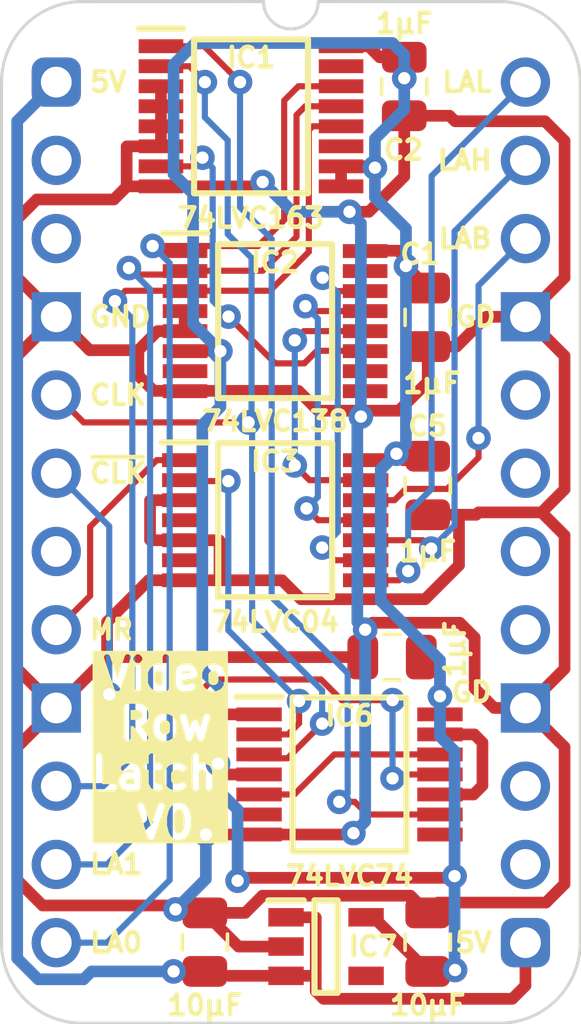
<source format=kicad_pcb>
(kicad_pcb (version 20241229) (generator "pcbnew") (generator_version "9.0")
  (title_block (title "Video Row Latch") (date "2025-01-07") (rev "V0"))
  (layers (0 "F.Cu" signal) (2 "B.Cu" signal) (13 "F.Paste" user) (15 "B.Paste" user) (5 "F.SilkS" user "F.Silkscreen") (7 "B.SilkS" user "B.Silkscreen") (1 "F.Mask" user) (3 "B.Mask" user) (25 "Edge.Cuts" user))
  (net 0 "")
  (net 1 "GND")
  (net 2 "5V")
  (net 3 "/3.3V")
  (net 5 "/~{MR}")
  (net 6 "LA2")
  (net 7 "/CEP")
  (net 9 "LA0")
  (net 10 "CLK")
  (net 11 "LA1")
  (net 13 "Load Address Low")
  (net 14 "Load Address Bank")
  (net 15 "MR")
  (net 16 "/~{MR}_{2}")
  (net 17 "Load Address High")
  (net 18 "/~{MR}_{1}")
  (net 21 "~{CLK}")
  (net 32 "/~{Load Address Bank}")
  (net 36 "/~{Load Address High}")
  (net 37 "/~{Load Address Low}")
  (footprint "SamacSys_Parts:C_0805" (layer "F.Cu") (at 12.065 27.94)
    (property "Reference" "C9" (hide yes))
    (property "Value" "10μF" (at 0 2.032 0) (layer "F.SilkS") (effects (font (size 0.635 0.635))))
    (fp_line (start -0.735 0.245252) (end -0.735 -0.277252) (stroke (width 0.12)) (layer "F.SilkS"))
    (fp_line (start 0.735 0.245252) (end 0.735 -0.277252) (stroke (width 0.12)) (layer "F.SilkS"))
    (pad "1" smd roundrect (at 0 0.934 90) (size 1 1.45) (layers "F.Cu" "F.Mask" "F.Paste") (net 3 "/3.3V"))
    (pad "2" smd roundrect (at 0 -0.966 90) (size 1 1.45) (layers "F.Cu" "F.Mask" "F.Paste") (net 1 "GND"))
  )
  (footprint "SamacSys_Parts:SOP65P640X110-14N" (layer "F.Cu") (at 9.525 22.479)
    (property "Reference" "IC6" (at 0 -1.905 0) (layer "F.SilkS") (effects (font (size 0.635 0.635))))
    (property "Value" "74LVC74APW,118" (hide yes))
    (fp_line (start -3.675 -2.525) (end -2.2 -2.525) (stroke (width 0.2)) (layer "F.SilkS"))
    (fp_line (start -1.85 -2.5) (end 1.85 -2.5) (stroke (width 0.2)) (layer "F.SilkS"))
    (fp_line (start -1.85 2.5) (end -1.85 -2.5) (stroke (width 0.2)) (layer "F.SilkS"))
    (fp_line (start 1.85 -2.5) (end 1.85 2.5) (stroke (width 0.2)) (layer "F.SilkS"))
    (fp_line (start 1.85 2.5) (end -1.85 2.5) (stroke (width 0.2)) (layer "F.SilkS"))
    (fp_text user "${Silkscreen}" (at 0 3.302 0) (layer "F.SilkS") (effects (font (size 0.635 0.635))))
    (pad "1" smd rect (at -2.938 -1.95 90) (size 0.45 1.475) (layers "F.Cu" "F.Mask" "F.Paste") (net 3 "/3.3V"))
    (pad "2" smd rect (at -2.938 -1.3 90) (size 0.45 1.475) (layers "F.Cu" "F.Mask" "F.Paste") (net 5 "/~{MR}"))
    (pad "3" smd rect (at -2.938 -0.65 90) (size 0.45 1.475) (layers "F.Cu" "F.Mask" "F.Paste") (net 10 "CLK"))
    (pad "4" smd rect (at -2.938 0 90) (size 0.45 1.475) (layers "F.Cu" "F.Mask" "F.Paste") (net 3 "/3.3V"))
    (pad "5" smd rect (at -2.938 0.65 90) (size 0.45 1.475) (layers "F.Cu" "F.Mask" "F.Paste") (net 18 "/~{MR}_{1}"))
    (pad "6" smd rect (at -2.938 1.3 90) (size 0.45 1.475) (layers "F.Cu" "F.Mask" "F.Paste"))
    (pad "7" smd rect (at -2.938 1.95 90) (size 0.45 1.475) (layers "F.Cu" "F.Mask" "F.Paste") (net 1 "GND"))
    (pad "8" smd rect (at 2.938 1.95 90) (size 0.45 1.475) (layers "F.Cu" "F.Mask" "F.Paste"))
    (pad "9" smd rect (at 2.938 1.3 90) (size 0.45 1.475) (layers "F.Cu" "F.Mask" "F.Paste") (net 16 "/~{MR}_{2}"))
    (pad "10" smd rect (at 2.938 0.65 90) (size 0.45 1.475) (layers "F.Cu" "F.Mask" "F.Paste") (net 3 "/3.3V"))
    (pad "11" smd rect (at 2.938 0 90) (size 0.45 1.475) (layers "F.Cu" "F.Mask" "F.Paste") (net 21 "~{CLK}"))
    (pad "12" smd rect (at 2.938 -0.65 90) (size 0.45 1.475) (layers "F.Cu" "F.Mask" "F.Paste") (net 18 "/~{MR}_{1}"))
    (pad "13" smd rect (at 2.938 -1.3 90) (size 0.45 1.475) (layers "F.Cu" "F.Mask" "F.Paste") (net 3 "/3.3V"))
    (pad "14" smd rect (at 2.938 -1.95 90) (size 0.45 1.475) (layers "F.Cu" "F.Mask" "F.Paste") (net 3 "/3.3V"))
  )
  (footprint "SamacSys_Parts:DIP-24_Board_W15.24mm" (layer "F.Cu") (at 0 0)
    (property "Reference" "J1" (hide yes))
    (property "Value" "Conn_02x12_Counter_Clockwise" (hide yes))
    (fp_line (start -1.778 27.94) (end -1.778 0) (stroke (width 0.1)) (layer "Edge.Cuts"))
    (fp_line (start 6.731 -2.6162) (end 0.835732 -2.613732) (stroke (width 0.1)) (layer "Edge.Cuts"))
    (fp_line (start 14.404267 -2.613733) (end 8.509 -2.6162) (stroke (width 0.1)) (layer "Edge.Cuts"))
    (fp_line (start 14.404268 30.553732) (end 0.835733 30.553733) (stroke (width 0.1)) (layer "Edge.Cuts"))
    (fp_line (start 17.018 27.94) (end 17.017999 -0.000001) (stroke (width 0.1)) (layer "Edge.Cuts"))
    (fp_arc (start -1.778 0) (mid -1.012456 -1.848188) (end 0.835732 -2.613732) (stroke (width 0.1)) (layer "Edge.Cuts"))
    (fp_arc (start 0.835733 30.553733) (mid -1.012457 29.78819) (end -1.778 27.94) (stroke (width 0.1)) (layer "Edge.Cuts"))
    (fp_arc (start 8.509 -2.6162) (mid 7.62 -1.7272) (end 6.731 -2.6162) (stroke (width 0.1)) (layer "Edge.Cuts"))
    (fp_arc (start 14.404267 -2.613733) (mid 16.252451 -1.848184) (end 17.017999 -0.000001) (stroke (width 0.1)) (layer "Edge.Cuts"))
    (fp_arc (start 17.018 27.94) (mid 16.252456 29.788187) (end 14.404268 30.553732) (stroke (width 0.1)) (layer "Edge.Cuts"))
    (pad "1" thru_hole roundrect (at 0 0) (size 1.6 1.6) (drill 1) (layers "*.Cu" "*.Mask") (net 2 "5V"))
    (pad "2" thru_hole oval (at 0 2.54) (size 1.6 1.6) (drill 1) (layers "*.Cu" "*.Mask"))
    (pad "3" thru_hole oval (at 0 5.08) (size 1.6 1.6) (drill 1) (layers "*.Cu" "*.Mask"))
    (pad "4" thru_hole rect (at 0 7.62) (size 1.6 1.6) (drill 1) (layers "*.Cu" "*.Mask") (net 1 "GND"))
    (pad "5" thru_hole oval (at 0 10.16) (size 1.6 1.6) (drill 1) (layers "*.Cu" "*.Mask") (net 10 "CLK"))
    (pad "6" thru_hole oval (at 0 12.7) (size 1.6 1.6) (drill 1) (layers "*.Cu" "*.Mask") (net 21 "~{CLK}"))
    (pad "7" thru_hole oval (at 0 15.24) (size 1.6 1.6) (drill 1) (layers "*.Cu" "*.Mask"))
    (pad "8" thru_hole oval (at 0 17.78) (size 1.6 1.6) (drill 1) (layers "*.Cu" "*.Mask") (net 15 "MR"))
    (pad "9" thru_hole rect (at 0 20.32) (size 1.6 1.6) (drill 1) (layers "*.Cu" "*.Mask") (net 1 "GND"))
    (pad "10" thru_hole oval (at 0 22.86) (size 1.6 1.6) (drill 1) (layers "*.Cu" "*.Mask") (net 6 "LA2"))
    (pad "11" thru_hole oval (at 0 25.4) (size 1.6 1.6) (drill 1) (layers "*.Cu" "*.Mask") (net 11 "LA1"))
    (pad "12" thru_hole oval (at 0 27.94) (size 1.6 1.6) (drill 1) (layers "*.Cu" "*.Mask") (net 9 "LA0"))
    (pad "13" thru_hole roundrect (at 15.24 27.94) (size 1.6 1.6) (drill 1) (layers "*.Cu" "*.Mask") (net 2 "5V"))
    (pad "14" thru_hole oval (at 15.24 25.4) (size 1.6 1.6) (drill 1) (layers "*.Cu" "*.Mask"))
    (pad "15" thru_hole oval (at 15.24 22.86) (size 1.6 1.6) (drill 1) (layers "*.Cu" "*.Mask"))
    (pad "16" thru_hole rect (at 15.24 20.32) (size 1.6 1.6) (drill 1) (layers "*.Cu" "*.Mask") (net 1 "GND"))
    (pad "17" thru_hole oval (at 15.24 17.78 180) (size 1.6 1.6) (drill 1) (layers "*.Cu" "*.Mask"))
    (pad "18" thru_hole oval (at 15.24 15.24 180) (size 1.6 1.6) (drill 1) (layers "*.Cu" "*.Mask"))
    (pad "19" thru_hole oval (at 15.24 12.7 180) (size 1.6 1.6) (drill 1) (layers "*.Cu" "*.Mask"))
    (pad "20" thru_hole oval (at 15.24 10.16 180) (size 1.6 1.6) (drill 1) (layers "*.Cu" "*.Mask"))
    (pad "21" thru_hole rect (at 15.24 7.62) (size 1.6 1.6) (drill 1) (layers "*.Cu" "*.Mask") (net 1 "GND"))
    (pad "22" thru_hole oval (at 15.24 5.08) (size 1.6 1.6) (drill 1) (layers "*.Cu" "*.Mask") (net 14 "Load Address Bank"))
    (pad "23" thru_hole oval (at 15.24 2.54) (size 1.6 1.6) (drill 1) (layers "*.Cu" "*.Mask") (net 17 "Load Address High"))
    (pad "24" thru_hole oval (at 15.24 0) (size 1.6 1.6) (drill 1) (layers "*.Cu" "*.Mask") (net 13 "Load Address Low"))
  )
  (footprint "SamacSys_Parts:SOP65P640X110-16N" (layer "F.Cu") (at 7.108 7.76)
    (property "Reference" "IC2" (at 0 -1.905 0) (layer "F.SilkS") (effects (font (size 0.635 0.635))))
    (property "Value" "74LVC138APW-Q100J" (hide yes))
    (property "Silkscreen" "74LVC138" (at 0 3.25 0) (layer "F.SilkS") (effects (font (size 0.635 0.635))))
    (fp_line (start -3.65 -2.85) (end -2.2 -2.85) (stroke (width 0.2)) (layer "F.SilkS"))
    (fp_line (start -1.85 -2.5) (end 1.85 -2.5) (stroke (width 0.2)) (layer "F.SilkS"))
    (fp_line (start -1.85 2.5) (end -1.85 -2.5) (stroke (width 0.2)) (layer "F.SilkS"))
    (fp_line (start 1.85 -2.5) (end 1.85 2.5) (stroke (width 0.2)) (layer "F.SilkS"))
    (fp_line (start 1.85 2.5) (end -1.85 2.5) (stroke (width 0.2)) (layer "F.SilkS"))
    (pad "1" smd rect (at -2.925 -2.275 90) (size 0.45 1.45) (layers "F.Cu" "F.Mask" "F.Paste") (net 9 "LA0"))
    (pad "2" smd rect (at -2.925 -1.625 90) (size 0.45 1.45) (layers "F.Cu" "F.Mask" "F.Paste") (net 11 "LA1"))
    (pad "3" smd rect (at -2.925 -0.975 90) (size 0.45 1.45) (layers "F.Cu" "F.Mask" "F.Paste") (net 6 "LA2"))
    (pad "4" smd rect (at -2.925 -0.325 90) (size 0.45 1.45) (layers "F.Cu" "F.Mask" "F.Paste") (net 1 "GND"))
    (pad "5" smd rect (at -2.925 0.325 90) (size 0.45 1.45) (layers "F.Cu" "F.Mask" "F.Paste") (net 1 "GND"))
    (pad "6" smd rect (at -2.925 0.975 90) (size 0.45 1.45) (layers "F.Cu" "F.Mask" "F.Paste") (net 3 "/3.3V"))
    (pad "7" smd rect (at -2.925 1.625 90) (size 0.45 1.45) (layers "F.Cu" "F.Mask" "F.Paste"))
    (pad "8" smd rect (at -2.925 2.275 90) (size 0.45 1.45) (layers "F.Cu" "F.Mask" "F.Paste") (net 1 "GND"))
    (pad "9" smd rect (at 2.925 2.275 90) (size 0.45 1.45) (layers "F.Cu" "F.Mask" "F.Paste"))
    (pad "10" smd rect (at 2.925 1.625 90) (size 0.45 1.45) (layers "F.Cu" "F.Mask" "F.Paste"))
    (pad "11" smd rect (at 2.925 0.975 90) (size 0.45 1.45) (layers "F.Cu" "F.Mask" "F.Paste") (net 7 "/CEP"))
    (pad "12" smd rect (at 2.925 0.325 90) (size 0.45 1.45) (layers "F.Cu" "F.Mask" "F.Paste") (net 32 "/~{Load Address Bank}"))
    (pad "13" smd rect (at 2.925 -0.325 90) (size 0.45 1.45) (layers "F.Cu" "F.Mask" "F.Paste") (net 36 "/~{Load Address High}"))
    (pad "14" smd rect (at 2.925 -0.975 90) (size 0.45 1.45) (layers "F.Cu" "F.Mask" "F.Paste") (net 37 "/~{Load Address Low}"))
    (pad "15" smd rect (at 2.925 -1.625 90) (size 0.45 1.45) (layers "F.Cu" "F.Mask" "F.Paste"))
    (pad "16" smd rect (at 2.925 -2.275 90) (size 0.45 1.45) (layers "F.Cu" "F.Mask" "F.Paste") (net 3 "/3.3V"))
  )
  (footprint "SamacSys_Parts:SOP65P640X110-14N" (layer "F.Cu") (at 7.112 14.224)
    (property "Reference" "IC3" (at 0 -1.905 0) (layer "F.SilkS") (effects (font (size 0.635 0.635))))
    (property "Value" "74LVC04APW,118" (hide yes))
    (fp_line (start -3.675 -2.525) (end -2.2 -2.525) (stroke (width 0.2)) (layer "F.SilkS"))
    (fp_line (start -1.85 -2.5) (end 1.85 -2.5) (stroke (width 0.2)) (layer "F.SilkS"))
    (fp_line (start -1.85 2.5) (end -1.85 -2.5) (stroke (width 0.2)) (layer "F.SilkS"))
    (fp_line (start 1.85 -2.5) (end 1.85 2.5) (stroke (width 0.2)) (layer "F.SilkS"))
    (fp_line (start 1.85 2.5) (end -1.85 2.5) (stroke (width 0.2)) (layer "F.SilkS"))
    (fp_text user "${Silkscreen}" (at 0 3.302 0) (layer "F.SilkS") (effects (font (size 0.635 0.635))))
    (pad "1" smd rect (at -2.938 -1.95 90) (size 0.45 1.475) (layers "F.Cu" "F.Mask" "F.Paste") (net 15 "MR"))
    (pad "2" smd rect (at -2.938 -1.3 90) (size 0.45 1.475) (layers "F.Cu" "F.Mask" "F.Paste") (net 5 "/~{MR}"))
    (pad "3" smd rect (at -2.938 -0.65 90) (size 0.45 1.475) (layers "F.Cu" "F.Mask" "F.Paste") (net 1 "GND"))
    (pad "4" smd rect (at -2.938 0 90) (size 0.45 1.475) (layers "F.Cu" "F.Mask" "F.Paste"))
    (pad "5" smd rect (at -2.938 0.65 90) (size 0.45 1.475) (layers "F.Cu" "F.Mask" "F.Paste") (net 1 "GND"))
    (pad "6" smd rect (at -2.938 1.3 90) (size 0.45 1.475) (layers "F.Cu" "F.Mask" "F.Paste"))
    (pad "7" smd rect (at -2.938 1.95 90) (size 0.45 1.475) (layers "F.Cu" "F.Mask" "F.Paste") (net 1 "GND"))
    (pad "8" smd rect (at 2.938 1.95 90) (size 0.45 1.475) (layers "F.Cu" "F.Mask" "F.Paste") (net 13 "Load Address Low"))
    (pad "9" smd rect (at 2.938 1.3 90) (size 0.45 1.475) (layers "F.Cu" "F.Mask" "F.Paste") (net 37 "/~{Load Address Low}"))
    (pad "10" smd rect (at 2.938 0.65 90) (size 0.45 1.475) (layers "F.Cu" "F.Mask" "F.Paste") (net 17 "Load Address High"))
    (pad "11" smd rect (at 2.938 0 90) (size 0.45 1.475) (layers "F.Cu" "F.Mask" "F.Paste") (net 36 "/~{Load Address High}"))
    (pad "12" smd rect (at 2.938 -0.65 90) (size 0.45 1.475) (layers "F.Cu" "F.Mask" "F.Paste") (net 14 "Load Address Bank"))
    (pad "13" smd rect (at 2.938 -1.3 90) (size 0.45 1.475) (layers "F.Cu" "F.Mask" "F.Paste") (net 32 "/~{Load Address Bank}"))
    (pad "14" smd rect (at 2.938 -1.95 90) (size 0.45 1.475) (layers "F.Cu" "F.Mask" "F.Paste") (net 3 "/3.3V"))
  )
  (footprint "SamacSys_Parts:SOP65P640X110-16N" (layer "F.Cu") (at 6.326 1.11)
    (property "Reference" "IC1" (at 0 -1.905 0) (layer "F.SilkS") (effects (font (size 0.635 0.635))))
    (property "Value" "74LVC163PW,118" (hide yes))
    (fp_line (start -3.65 -2.85) (end -2.2 -2.85) (stroke (width 0.2)) (layer "F.SilkS"))
    (fp_line (start -1.85 -2.5) (end 1.85 -2.5) (stroke (width 0.2)) (layer "F.SilkS"))
    (fp_line (start -1.85 2.5) (end -1.85 -2.5) (stroke (width 0.2)) (layer "F.SilkS"))
    (fp_line (start 1.85 -2.5) (end 1.85 2.5) (stroke (width 0.2)) (layer "F.SilkS"))
    (fp_line (start 1.85 2.5) (end -1.85 2.5) (stroke (width 0.2)) (layer "F.SilkS"))
    (fp_text user "${Silkscreen}" (at 0 3.302 0) (layer "F.SilkS") (effects (font (size 0.635 0.635))))
    (pad "1" smd rect (at -2.925 -2.275 90) (size 0.45 1.45) (layers "F.Cu" "F.Mask" "F.Paste") (net 16 "/~{MR}_{2}"))
    (pad "2" smd rect (at -2.925 -1.625 90) (size 0.45 1.45) (layers "F.Cu" "F.Mask" "F.Paste") (net 10 "CLK"))
    (pad "3" smd rect (at -2.925 -0.975 90) (size 0.45 1.45) (layers "F.Cu" "F.Mask" "F.Paste") (net 1 "GND"))
    (pad "4" smd rect (at -2.925 -0.325 90) (size 0.45 1.45) (layers "F.Cu" "F.Mask" "F.Paste") (net 1 "GND"))
    (pad "5" smd rect (at -2.925 0.325 90) (size 0.45 1.45) (layers "F.Cu" "F.Mask" "F.Paste") (net 1 "GND"))
    (pad "6" smd rect (at -2.925 0.975 90) (size 0.45 1.45) (layers "F.Cu" "F.Mask" "F.Paste") (net 1 "GND"))
    (pad "7" smd rect (at -2.925 1.625 90) (size 0.45 1.45) (layers "F.Cu" "F.Mask" "F.Paste") (net 7 "/CEP"))
    (pad "8" smd rect (at -2.925 2.275 90) (size 0.45 1.45) (layers "F.Cu" "F.Mask" "F.Paste") (net 1 "GND"))
    (pad "9" smd rect (at 2.925 2.275 90) (size 0.45 1.45) (layers "F.Cu" "F.Mask" "F.Paste") (net 3 "/3.3V"))
    (pad "10" smd rect (at 2.925 1.625 90) (size 0.45 1.45) (layers "F.Cu" "F.Mask" "F.Paste") (net 3 "/3.3V"))
    (pad "11" smd rect (at 2.925 0.975 90) (size 0.45 1.45) (layers "F.Cu" "F.Mask" "F.Paste"))
    (pad "12" smd rect (at 2.925 0.325 90) (size 0.45 1.45) (layers "F.Cu" "F.Mask" "F.Paste") (net 6 "LA2"))
    (pad "13" smd rect (at 2.925 -0.325 90) (size 0.45 1.45) (layers "F.Cu" "F.Mask" "F.Paste") (net 11 "LA1"))
    (pad "14" smd rect (at 2.925 -0.975 90) (size 0.45 1.45) (layers "F.Cu" "F.Mask" "F.Paste") (net 9 "LA0"))
    (pad "15" smd rect (at 2.925 -1.625 90) (size 0.45 1.45) (layers "F.Cu" "F.Mask" "F.Paste"))
    (pad "16" smd rect (at 2.925 -2.275 90) (size 0.45 1.45) (layers "F.Cu" "F.Mask" "F.Paste") (net 3 "/3.3V"))
  )
  (footprint "SamacSys_Parts:C_0805" (layer "F.Cu") (at 12.065 7.62 180)
    (property "Reference" "C1" (at 0.254 2.032 0) (layer "F.SilkS") (effects (font (size 0.635 0.635))))
    (property "Value" "1μF" (at -0.127 -2.159 180) (layer "F.SilkS") (effects (font (size 0.635 0.635))))
    (fp_line (start 0.735 0.245252) (end 0.735 -0.277252) (stroke (width 0.12)) (layer "F.SilkS"))
    (fp_line (start -0.735 0.245252) (end -0.735 -0.277252) (stroke (width 0.12)) (layer "F.SilkS"))
    (pad "1" smd roundrect (at 0 0.934 270) (size 1 1.45) (layers "F.Cu" "F.Mask" "F.Paste") (net 3 "/3.3V"))
    (pad "2" smd roundrect (at 0 -0.966 270) (size 1 1.45) (layers "F.Cu" "F.Mask" "F.Paste") (net 1 "GND"))
  )
  (footprint "SamacSys_Parts:C_0805" (layer "F.Cu") (at 4.826 27.94)
    (property "Reference" "C8" (hide yes))
    (property "Value" "10μF" (at 0 2.032 0) (layer "F.SilkS") (effects (font (size 0.635 0.635))))
    (fp_line (start -0.735 0.245252) (end -0.735 -0.277252) (stroke (width 0.12)) (layer "F.SilkS"))
    (fp_line (start 0.735 0.245252) (end 0.735 -0.277252) (stroke (width 0.12)) (layer "F.SilkS"))
    (pad "1" smd roundrect (at 0 0.934 90) (size 1 1.45) (layers "F.Cu" "F.Mask" "F.Paste") (net 2 "5V"))
    (pad "2" smd roundrect (at 0 -0.966 90) (size 1 1.45) (layers "F.Cu" "F.Mask" "F.Paste") (net 1 "GND"))
  )
  (footprint "SamacSys_Parts:C_0805" (layer "F.Cu") (at 12.065 13.081 180)
    (property "Reference" "C5" (at 0 1.905 0) (layer "F.SilkS") (effects (font (size 0.635 0.635))))
    (property "Value" "1μF" (at 0 -2.159 180) (layer "F.SilkS") (effects (font (size 0.635 0.635))))
    (fp_line (start 0.735 0.245252) (end 0.735 -0.277252) (stroke (width 0.12)) (layer "F.SilkS"))
    (fp_line (start -0.735 0.245252) (end -0.735 -0.277252) (stroke (width 0.12)) (layer "F.SilkS"))
    (pad "1" smd roundrect (at 0 0.934 270) (size 1 1.45) (layers "F.Cu" "F.Mask" "F.Paste") (net 3 "/3.3V"))
    (pad "2" smd roundrect (at 0 -0.966 270) (size 1 1.45) (layers "F.Cu" "F.Mask" "F.Paste") (net 1 "GND"))
  )
  (footprint "SamacSys_Parts:SOT95P285X130-5N" (layer "F.Cu") (at 8.763 28.067)
    (property "Reference" "IC7" (at 1.524 0 0) (layer "F.SilkS") (effects (font (size 0.635 0.635))))
    (property "Value" "AP7365-33WG-7" (hide yes))
    (fp_line (start -1.875 -1.5) (end -0.725 -1.5) (stroke (width 0.2)) (layer "F.SilkS"))
    (fp_line (start -0.375 -1.5) (end 0.375 -1.5) (stroke (width 0.2)) (layer "F.SilkS"))
    (fp_line (start -0.375 1.5) (end -0.375 -1.5) (stroke (width 0.2)) (layer "F.SilkS"))
    (fp_line (start 0.375 -1.5) (end 0.375 1.5) (stroke (width 0.2)) (layer "F.SilkS"))
    (fp_line (start 0.375 1.5) (end -0.375 1.5) (stroke (width 0.2)) (layer "F.SilkS"))
    (pad "1" smd rect (at -1.3 -0.95 90) (size 0.6 1.15) (layers "F.Cu" "F.Mask" "F.Paste") (net 2 "5V"))
    (pad "2" smd rect (at -1.3 0 90) (size 0.6 1.15) (layers "F.Cu" "F.Mask" "F.Paste") (net 1 "GND"))
    (pad "3" smd rect (at -1.3 0.95 90) (size 0.6 1.15) (layers "F.Cu" "F.Mask" "F.Paste") (net 2 "5V"))
    (pad "4" smd rect (at 1.3 0.95 90) (size 0.6 1.15) (layers "F.Cu" "F.Mask" "F.Paste"))
    (pad "5" smd rect (at 1.3 -0.95 90) (size 0.6 1.15) (layers "F.Cu" "F.Mask" "F.Paste") (net 3 "/3.3V"))
  )
  (footprint "SamacSys_Parts:C_0805" (layer "F.Cu") (at 11.303 0.127 180)
    (property "Reference" "C2" (at 0.027 -2.075 0) (layer "F.SilkS") (effects (font (size 0.635 0.635))))
    (property "Value" "1μF" (at 0 2.032 180) (layer "F.SilkS") (effects (font (size 0.635 0.635))))
    (fp_line (start 0.735 0.245252) (end 0.735 -0.277252) (stroke (width 0.12)) (layer "F.SilkS"))
    (fp_line (start -0.735 0.245252) (end -0.735 -0.277252) (stroke (width 0.12)) (layer "F.SilkS"))
    (pad "1" smd roundrect (at 0 0.934 270) (size 1 1.45) (layers "F.Cu" "F.Mask" "F.Paste") (net 3 "/3.3V"))
    (pad "2" smd roundrect (at 0 -0.966 270) (size 1 1.45) (layers "F.Cu" "F.Mask" "F.Paste") (net 1 "GND"))
  )
  (footprint "SamacSys_Parts:C_0805" (layer "F.Cu") (at 10.922 18.669 90)
    (property "Reference" "C4" (hide yes))
    (property "Value" "1μF" (at 0.254 2.032 90) (layer "F.SilkS") (effects (font (size 0.635 0.635))))
    (fp_line (start 0.735 0.245252) (end 0.735 -0.277252) (stroke (width 0.12)) (layer "F.SilkS"))
    (fp_line (start -0.735 0.245252) (end -0.735 -0.277252) (stroke (width 0.12)) (layer "F.SilkS"))
    (pad "1" smd roundrect (at 0 0.934 180) (size 1 1.45) (layers "F.Cu" "F.Mask" "F.Paste") (net 3 "/3.3V"))
    (pad "2" smd roundrect (at 0 -0.966 180) (size 1 1.45) (layers "F.Cu" "F.Mask" "F.Paste") (net 1 "GND"))
  )
  (footprint "SamacSys_Parts:PinHeader_1x12_P2.54mm_Vertical" (layer "B.Cu") (at 15.24 0 180)
    (property "Reference" "J3" (hide yes))
    (property "Value" "Pin_Header_01x12")
  )
  (footprint "SamacSys_Parts:PinHeader_1x12_P2.54mm_Vertical" (layer "B.Cu") (at 0 0 180)
    (property "Reference" "J2" (hide yes))
    (property "Value" "Pin_Header_01x12")
  )
  (gr_text "5V" (at 1.016 0 0) (layer "F.SilkS") (effects (font (size 0.635 0.635)) (justify left)))
  (gr_text "LA0" (at 1.016 27.94 0) (layer "F.SilkS") (effects (font (size 0.635 0.635)) (justify left)))
  (gr_text "5V" (at 14.224 27.94 0) (layer "F.SilkS") (effects (font (size 0.635 0.635)) (justify right)))
  (gr_text "MR" (at 1.016 17.78 0) (layer "F.SilkS") (effects (font (size 0.635 0.635)) (justify left)))
  (gr_text "LAH" (at 14.224 2.54 0) (layer "F.SilkS") (effects (font (size 0.635 0.635)) (justify right)))
  (gr_text "GD" (at 14.224 19.812 0) (layer "F.SilkS") (effects (font (size 0.635 0.635)) (justify right)))
  (gr_text "~{CLK}" (at 1.016 12.7 0) (layer "F.SilkS") (effects (font (size 0.635 0.635)) (justify left)))
  (gr_text "LAL" (at 14.224 0 0) (layer "F.SilkS") (effects (font (size 0.635 0.635)) (justify right)))
  (gr_text "LAB" (at 14.224 5.08 0) (layer "F.SilkS") (effects (font (size 0.635 0.635)) (justify right)))
  (gr_text "GND" (at 1.016 7.62 0) (layer "F.SilkS") (effects (font (size 0.635 0.635)) (justify left)))
  (gr_text "GD" (at 14.351 7.62 0) (layer "F.SilkS") (effects (font (size 0.635 0.635)) (justify right)))
  (gr_text "LA1" (at 1.016 25.4 0) (layer "F.SilkS") (effects (font (size 0.635 0.635)) (justify left)))
  (gr_text "Video\nRow\nLatch \nV0\n" (at 3.556 24.638 0) (layer "F.SilkS" knockout) (effects (font (size 1 1) (thickness 0.2) (bold yes)) (justify bottom)))
  (gr_text "CLK" (at 1.016 10.16 0) (layer "F.SilkS") (effects (font (size 0.635 0.635)) (justify left)))
  (segment (start -1.27 25.908) (end -0.444497 26.733503) (width 0.38) (layer "F.Cu") (net 1))
  (segment (start 15.24 7.62) (end 13.97 7.62) (width 0.38) (layer "F.Cu") (net 1))
  (segment (start 2.286 3.375) (end 2.286 2.095) (width 0.38) (layer "F.Cu") (net 1))
  (segment (start 9.607 24.429) (end 9.652 24.384) (width 0.38) (layer "F.Cu") (net 1))
  (segment (start -1.27 6.35) (end 0 7.62) (width 0.38) (layer "F.Cu") (net 1))
  (segment (start -1.27 4.445) (end -1.27 6.35) (width 0.38) (layer "F.Cu") (net 1))
  (segment (start 5.919 28.067) (end 4.826 26.974) (width 0.38) (layer "F.Cu") (net 1))
  (segment (start 15.24 20.32) (end 14.224 20.32) (width 0.38) (layer "F.Cu") (net 1))
  (segment (start 2.286 2.095) (end 2.296 2.085) (width 0.38) (layer "F.Cu") (net 1))
  (segment (start 0 20.32) (end -1.27 21.59) (width 0.38) (layer "F.Cu") (net 1))
  (segment (start 0 7.62) (end -1.27 8.89) (width 0.38) (layer "F.Cu") (net 1))
  (segment (start 3.286 8.085) (end 4.17 8.085) (width 0.38) (layer "F.Cu") (net 1))
  (segment (start 4.826 26.974) (end 3.986992 26.974) (width 0.38) (layer "F.Cu") (net 1))
  (segment (start 14.224 20.32) (end 13.589 19.685) (width 0.38) (layer "F.Cu") (net 1))
  (segment (start 4.174 16.174) (end 3.003 16.174) (width 0.38) (layer "F.Cu") (net 1))
  (segment (start 11.13 10.668) (end 12.065 9.733) (width 0.38) (layer "F.Cu") (net 1))
  (segment (start -0.444497 26.733503) (end 3.746495 26.733503) (width 0.38) (layer "F.Cu") (net 1))
  (segment (start 7.334 16.174) (end 7.949 16.789) (width 0.38) (layer "F.Cu") (net 1))
  (segment (start 12.065 14.047) (end 13.081 14.047) (width 0.38) (layer "F.Cu") (net 1))
  (segment (start 16.51 1.905) (end 15.875 1.27) (width 0.38) (layer "F.Cu") (net 1))
  (segment (start 6.587 24.429) (end 9.607 24.429) (width 0.38) (layer "F.Cu") (net 1))
  (segment (start 15.24 7.62) (end 16.51 6.35) (width 0.38) (layer "F.Cu") (net 1))
  (segment (start -0.635 3.81) (end -1.27 4.445) (width 0.38) (layer "F.Cu") (net 1))
  (segment (start -1.27 19.05) (end 0 20.32) (width 0.38) (layer "F.Cu") (net 1))
  (segment (start 0 20.32) (end 1.651 18.669) (width 0.38) (layer "F.Cu") (net 1))
  (segment (start 13.589 18.034) (end 13.109 17.554) (width 0.38) (layer "F.Cu") (net 1))
  (segment (start 2.296 3.385) (end 2.286 3.375) (width 0.38) (layer "F.Cu") (net 1))
  (segment (start 11.303 3.063) (end 11.303 1.093) (width 0.38) (layer "F.Cu") (net 1))
  (segment (start 12.065 9.733) (end 12.065 8.586) (width 0.38) (layer "F.Cu") (net 1))
  (segment (start 3.164 10.024) (end 7.865 10.024) (width 0.38) (layer "F.Cu") (net 1))
  (segment (start 16.51 13.223958) (end 16.51 8.89) (width 0.38) (layer "F.Cu") (net 1))
  (segment (start 11.507 26.416) (end 12.065 26.974) (width 0.38) (layer "F.Cu") (net 1))
  (segment (start 15.763958 13.97) (end 16.51 13.223958) (width 0.38) (layer "F.Cu") (net 1))
  (segment (start 11.303 1.093) (end 12.777 1.093) (width 0.38) (layer "F.Cu") (net 1))
  (segment (start -1.27 8.89) (end -1.27 19.05) (width 0.38) (layer "F.Cu") (net 1))
  (segment (start 3.0565 14.874) (end 4.174 14.874) (width 0.38) (layer "F.Cu") (net 1))
  (segment (start 1.651 18.669) (end 9.956 18.669) (width 0.38) (layer "F.Cu") (net 1))
  (segment (start 2.667 9.527) (end 3.164 10.024) (width 0.38) (layer "F.Cu") (net 1))
  (segment (start 7.949 16.789) (end 11.979 16.789) (width 0.38) (layer "F.Cu") (net 1))
  (segment (start 3.0465 13.584) (end 3.0465 14.864) (width 0.38) (layer "F.Cu") (net 1))
  (segment (start 13.589 19.685) (end 13.589 18.034) (width 0.38) (layer "F.Cu") (net 1))
  (segment (start 4.826 26.974) (end 6.137018 26.974) (width 0.38) (layer "F.Cu") (net 1))
  (segment (start 13.081 15.687) (end 13.081 14.047) (width 0.38) (layer "F.Cu") (net 1))
  (segment (start 6.561295 3.385) (end 6.703293 3.243002) (width 0.38) (layer "F.Cu") (net 1))
  (segment (start 9.525 4.210002) (end 10.155998 4.210002) (width 0.38) (layer "F.Cu") (net 1))
  (segment (start 3.746495 26.733503) (end 3.873496 26.860504) (width 0.38) (layer "F.Cu") (net 1))
  (segment (start 7.463 28.067) (end 5.919 28.067) (width 0.38) (layer "F.Cu") (net 1))
  (segment (start 4.174 16.174) (end 7.334 16.174) (width 0.38) (layer "F.Cu") (net 1))
  (segment (start 3.0465 14.864) (end 3.0565 14.874) (width 0.38) (layer "F.Cu") (net 1))
  (segment (start 3.0565 13.574) (end 3.0465 13.584) (width 0.38) (layer "F.Cu") (net 1))
  (segment (start -1.27 21.59) (end -1.27 25.908) (width 0.38) (layer "F.Cu") (net 1))
  (segment (start 12.777 1.093) (end 12.954 1.27) (width 0.38) (layer "F.Cu") (net 1))
  (segment (start 15.763958 13.97) (end 16.51 14.716042) (width 0.38) (layer "F.Cu") (net 1))
  (segment (start 16.51 26.035) (end 16.51 21.59) (width 0.38) (layer "F.Cu") (net 1))
  (segment (start 7.865 10.024) (end 8.509 10.668) (width 0.38) (layer "F.Cu") (net 1))
  (segment (start 3.401 0.785) (end 3.401 1.435) (width 0.38) (layer "F.Cu") (net 1))
  (segment (start 16.51 14.716042) (end 16.51 19.05) (width 0.38) (layer "F.Cu") (net 1))
  (segment (start 12.400043 26.638957) (end 15.906043 26.638957) (width 0.38) (layer "F.Cu") (net 1))
  (segment (start 5.2915 14.874) (end 4.174 14.874) (width 0.38) (layer "F.Cu") (net 1))
  (segment (start 16.51 21.59) (end 15.24 20.32) (width 0.38) (layer "F.Cu") (net 1))
  (segment (start 4.174 13.574) (end 3.0565 13.574) (width 0.38) (layer "F.Cu") (net 1))
  (segment (start 15.906043 26.638957) (end 16.51 26.035) (width 0.38) (layer "F.Cu") (net 1))
  (segment (start 15.875 1.27) (end 12.954 1.27) (width 0.38) (layer "F.Cu") (net 1))
  (segment (start 6.137018 26.974) (end 6.695018 26.416) (width 0.38) (layer "F.Cu") (net 1))
  (segment (start 3.003 16.174) (end 1.651 17.526) (width 0.38) (layer "F.Cu") (net 1))
  (segment (start 13.639 14.047) (end 13.716 13.97) (width 0.38) (layer "F.Cu") (net 1))
  (segment (start 1.084 8.704) (end 0 7.62) (width 0.38) (layer "F.Cu") (net 1))
  (segment (start 16.51 6.35) (end 16.51 1.905) (width 0.38) (layer "F.Cu") (net 1))
  (segment (start 5.3015 16.164) (end 5.3015 14.884) (width 0.38) (layer "F.Cu") (net 1))
  (segment (start 2.667 8.704) (end 2.667 9.527) (width 0.38) (layer "F.Cu") (net 1))
  (segment (start 6.587 24.429) (end 4.858998 24.429) (width 0.38) (layer "F.Cu") (net 1))
  (segment (start 2.667 8.704) (end 3.286 8.085) (width 0.38) (layer "F.Cu") (net 1))
  (segment (start 5.3015 14.884) (end 5.2915 14.874) (width 0.38) (layer "F.Cu") (net 1))
  (segment (start 2.296 3.385) (end 1.871 3.81) (width 0.38) (layer "F.Cu") (net 1))
  (segment (start 9.956 17.85701) (end 10.032996 17.780014) (width 0.38) (layer "F.Cu") (net 1))
  (segment (start 4.17 7.435) (end 4.17 8.085) (width 0.38) (layer "F.Cu") (net 1))
  (segment (start 11.979 16.789) (end 13.081 15.687) (width 0.38) (layer "F.Cu") (net 1))
  (segment (start 10.25901 17.554) (end 10.032996 17.780014) (width 0.38) (layer "F.Cu") (net 1))
  (segment (start 1.871 3.81) (end -0.635 3.81) (width 0.38) (layer "F.Cu") (net 1))
  (segment (start 3.401 3.385) (end 6.561295 3.385) (width 0.38) (layer "F.Cu") (net 1))
  (segment (start 12.065 26.974) (end 12.400043 26.638957) (width 0.38) (layer "F.Cu") (net 1))
  (segment (start 16.51 8.89) (end 15.24 7.62) (width 0.38) (layer "F.Cu") (net 1))
  (segment (start 16.51 19.05) (end 15.24 20.32) (width 0.38) (layer "F.Cu") (net 1))
  (segment (start 2.667 8.704) (end 1.084 8.704) (width 0.38) (layer "F.Cu") (net 1))
  (segment (start 8.509 10.668) (end 11.13 10.668) (width 0.38) (layer "F.Cu") (net 1))
  (segment (start 13.004 8.586) (end 12.065 8.586) (width 0.38) (layer "F.Cu") (net 1))
  (segment (start 13.081 14.047) (end 13.639 14.047) (width 0.38) (layer "F.Cu") (net 1))
  (segment (start 13.716 13.97) (end 15.763958 13.97) (width 0.38) (layer "F.Cu") (net 1))
  (segment (start 9.956 18.669) (end 9.956 17.85701) (width 0.38) (layer "F.Cu") (net 1))
  (segment (start 3.986992 26.974) (end 3.873496 26.860504) (width 0.38) (layer "F.Cu") (net 1))
  (segment (start 3.401 1.435) (end 3.401 2.085) (width 0.38) (layer "F.Cu") (net 1))
  (segment (start 3.401 3.385) (end 2.296 3.385) (width 0.38) (layer "F.Cu") (net 1))
  (segment (start 6.695018 26.416) (end 11.507 26.416) (width 0.38) (layer "F.Cu") (net 1))
  (segment (start 1.651 17.526) (end 1.651 18.669) (width 0.38) (layer "F.Cu") (net 1))
  (segment (start 13.109 17.554) (end 10.25901 17.554) (width 0.38) (layer "F.Cu") (net 1))
  (segment (start 2.296 2.085) (end 3.401 2.085) (width 0.38) (layer "F.Cu") (net 1))
  (segment (start 3.401 0.135) (end 3.401 0.785) (width 0.38) (layer "F.Cu") (net 1))
  (segment (start 10.155998 4.210002) (end 11.303 3.063) (width 0.38) (layer "F.Cu") (net 1))
  (segment (start 13.97 7.62) (end 13.004 8.586) (width 0.38) (layer "F.Cu") (net 1))
  (via (at 6.703293 3.243002) (size 0.8) (drill 0.4) (layers "F.Cu" "B.Cu") (net 1))
  (via (at 9.894 10.860002) (size 0.8) (drill 0.4) (layers "F.Cu" "B.Cu") (net 1))
  (via (at 4.858998 24.429) (size 0.8) (drill 0.4) (layers "F.Cu" "B.Cu") (net 1))
  (via (at 3.873496 26.860504) (size 0.8) (drill 0.4) (layers "F.Cu" "B.Cu") (net 1))
  (via (at 10.032996 17.780014) (size 0.8) (drill 0.4) (layers "F.Cu" "B.Cu") (net 1))
  (via (at 9.652 24.384) (size 0.8) (drill 0.4) (layers "F.Cu" "B.Cu") (net 1))
  (via (at 9.525 4.210002) (size 0.8) (drill 0.4) (layers "F.Cu" "B.Cu") (net 1))
  (segment (start 9.525 4.210002) (end 7.670293 4.210002) (width 0.38) (layer "B.Cu") (net 1))
  (segment (start 9.894 4.579002) (end 9.894 10.860002) (width 0.38) (layer "B.Cu") (net 1))
  (segment (start 7.670293 4.210002) (end 6.703293 3.243002) (width 0.38) (layer "B.Cu") (net 1))
  (segment (start 10.032996 24.003004) (end 10.032996 17.780014) (width 0.38) (layer "B.Cu") (net 1))
  (segment (start 3.873496 26.860504) (end 4.858998 25.875002) (width 0.38) (layer "B.Cu") (net 1))
  (segment (start 4.858998 25.875002) (end 4.858998 24.429) (width 0.38) (layer "B.Cu") (net 1))
  (segment (start 9.779 17.526018) (end 9.779 10.975002) (width 0.38) (layer "B.Cu") (net 1))
  (segment (start 9.525 4.210002) (end 9.894 4.579002) (width 0.38) (layer "B.Cu") (net 1))
  (segment (start 9.652 24.384) (end 10.032996 24.003004) (width 0.38) (layer "B.Cu") (net 1))
  (segment (start 9.779 10.975002) (end 9.894 10.860002) (width 0.38) (layer "B.Cu") (net 1))
  (segment (start 10.032996 17.780014) (end 9.779 17.526018) (width 0.38) (layer "B.Cu") (net 1))
  (segment (start 8.682 29.764) (end 8.428 29.51) (width 0.38) (layer "F.Cu") (net 2))
  (segment (start 8.428 29.51) (end 8.428 29.007) (width 0.38) (layer "F.Cu") (net 2))
  (segment (start 4.826 28.874) (end 3.81 28.874) (width 0.38) (layer "F.Cu") (net 2))
  (segment (start 8.418 29.017) (end 7.463 29.017) (width 0.38) (layer "F.Cu") (net 2))
  (segment (start 8.418 27.117) (end 8.428 27.127) (width 0.38) (layer "F.Cu") (net 2))
  (segment (start 7.463 27.117) (end 8.418 27.117) (width 0.38) (layer "F.Cu") (net 2))
  (segment (start 15.24 27.94) (end 15.24 29.337) (width 0.38) (layer "F.Cu") (net 2))
  (segment (start 15.24 29.337) (end 14.813 29.764) (width 0.38) (layer "F.Cu") (net 2))
  (segment (start 14.813 29.764) (end 8.682 29.764) (width 0.38) (layer "F.Cu") (net 2))
  (segment (start 8.428 29.007) (end 8.418 29.017) (width 0.38) (layer "F.Cu") (net 2))
  (segment (start 8.428 27.127) (end 8.428 29.007) (width 0.38) (layer "F.Cu") (net 2))
  (segment (start 7.463 29.017) (end 5.604 29.017) (width 0.38) (layer "F.Cu") (net 2))
  (via (at 3.81 28.874) (size 0.8) (drill 0.4) (layers "F.Cu" "B.Cu") (net 2))
  (segment (start -1.27 28.448) (end -0.588 29.13) (width 0.38) (layer "B.Cu") (net 2))
  (segment (start 0.889 29.13) (end 1.145 28.874) (width 0.38) (layer "B.Cu") (net 2))
  (segment (start 0 0) (end -1.27 1.27) (width 0.38) (layer "B.Cu") (net 2))
  (segment (start -0.588 29.13) (end 0.889 29.13) (width 0.38) (layer "B.Cu") (net 2))
  (segment (start -1.27 1.27) (end -1.27 28.448) (width 0.38) (layer "B.Cu") (net 2))
  (segment (start 1.145 28.874) (end 3.81 28.874) (width 0.38) (layer "B.Cu") (net 2))
  (segment (start 5.4695 22.479) (end 6.587 22.479) (width 0.38) (layer "F.Cu") (net 3))
  (segment (start 12.065 28.8055) (end 12.9305 28.8055) (width 0.38) (layer "F.Cu") (net 3))
  (segment (start 11.303 -0.807) (end 10.505 -0.807) (width 0.38) (layer "F.Cu") (net 3))
  (segment (start 11.303 -0.807) (end 11.303 -0.127) (width 0.38) (layer "F.Cu") (net 3))
  (segment (start 13.843 22.8415) (end 13.843 21.4415) (width 0.38) (layer "F.Cu") (net 3))
  (segment (start 13.5805 21.179) (end 12.463 21.179) (width 0.38) (layer "F.Cu") (net 3))
  (segment (start 12.463 23.129) (end 13.5555 23.129) (width 0.38) (layer "F.Cu") (net 3))
  (segment (start 12.936978 25.781) (end 12.882688 25.83529) (width 0.38) (layer "F.Cu") (net 3))
  (segment (start 11.102 5.474) (end 10.037 5.474) (width 0.38) (layer "F.Cu") (net 3))
  (segment (start 12.463 19.276) (end 12.463 19.939) (width 0.38) (layer "F.Cu") (net 3))
  (segment (start 11.258 12.274) (end 11.049 12.065) (width 0.38) (layer "F.Cu") (net 3))
  (segment (start 5.254472 22.263972) (end 5.4695 22.479) (width 0.38) (layer "F.Cu") (net 3))
  (segment (start 10.147 -1.165) (end 9.251 -1.165) (width 0.38) (layer "F.Cu") (net 3))
  (segment (start 5.254472 22.131097) (end 5.254472 20.744028) (width 0.38) (layer "F.Cu") (net 3))
  (segment (start 10.308 27.117) (end 12.065 28.874) (width 0.38) (layer "F.Cu") (net 3))
  (segment (start 5.254472 22.131097) (end 5.254472 22.263972) (width 0.38) (layer "F.Cu") (net 3))
  (segment (start 5.331529 8.735) (end 5.320529 8.724) (width 0.38) (layer "F.Cu") (net 3))
  (segment (start 13.843 21.4415) (end 13.5805 21.179) (width 0.38) (layer "F.Cu") (net 3))
  (segment (start 11.358002 5.730002) (end 11.102 5.474) (width 0.38) (layer "F.Cu") (net 3))
  (segment (start 10.84 12.274) (end 10.05 12.274) (width 0.38) (layer "F.Cu") (net 3))
  (segment (start 5.4695 20.529) (end 6.587 20.529) (width 0.38) (layer "F.Cu") (net 3))
  (segment (start 11.856 18.669) (end 12.463 19.276) (width 0.38) (layer "F.Cu") (net 3))
  (segment (start 11.938 12.274) (end 11.258 12.274) (width 0.38) (layer "F.Cu") (net 3))
  (segment (start 11.049 12.065) (end 10.84 12.274) (width 0.38) (layer "F.Cu") (net 3))
  (segment (start 12.882688 25.83529) (end 5.983417 25.83529) (width 0.38) (layer "F.Cu") (net 3))
  (segment (start 5.983417 25.83529) (end 5.889707 25.929) (width 0.38) (layer "F.Cu") (net 3))
  (segment (start 5.320529 8.724) (end 4.187 8.724) (width 0.38) (layer "F.Cu") (net 3))
  (segment (start 9.251 2.735) (end 10.307295 2.735) (width 0.38) (layer "F.Cu") (net 3))
  (segment (start 10.505 -0.807) (end 10.147 -1.165) (width 0.38) (layer "F.Cu") (net 3))
  (segment (start 12.9305 28.8055) (end 12.954 28.829) (width 0.38) (layer "F.Cu") (net 3))
  (segment (start 11.358002 5.969) (end 11.983 6.593998) (width 0.38) (layer "F.Cu") (net 3))
  (segment (start 11.358002 5.969) (end 11.358002 5.730002) (width 0.38) (layer "F.Cu") (net 3))
  (segment (start 9.251 3.385) (end 9.251 2.735) (width 0.38) (layer "F.Cu") (net 3))
  (segment (start 10.307295 2.735) (end 10.350818 2.778523) (width 0.38) (layer "F.Cu") (net 3))
  (segment (start 5.254472 20.744028) (end 5.4695 20.529) (width 0.38) (layer "F.Cu") (net 3))
  (segment (start 12.463 20.529) (end 12.463 19.939) (width 0.38) (layer "F.Cu") (net 3))
  (segment (start 13.5555 23.129) (end 13.843 22.8415) (width 0.38) (layer "F.Cu") (net 3))
  (segment (start 12.463 21.179) (end 12.463 20.529) (width 0.38) (layer "F.Cu") (net 3))
  (via (at 5.889707 25.929) (size 0.8) (drill 0.4) (layers "F.Cu" "B.Cu") (net 3))
  (via (at 12.936978 25.781) (size 0.8) (drill 0.4) (layers "F.Cu" "B.Cu") (net 3))
  (via (at 5.254472 22.131097) (size 0.8) (drill 0.4) (layers "F.Cu" "B.Cu") (net 3))
  (via (at 12.463 19.939) (size 0.8) (drill 0.4) (layers "F.Cu" "B.Cu") (net 3))
  (via (at 11.049 12.065) (size 0.8) (drill 0.4) (layers "F.Cu" "B.Cu") (net 3))
  (via (at 10.350818 2.778523) (size 0.8) (drill 0.4) (layers "F.Cu" "B.Cu") (net 3))
  (via (at 11.358002 5.969) (size 0.8) (drill 0.4) (layers "F.Cu" "B.Cu") (net 3))
  (via (at 5.331529 8.735) (size 0.8) (drill 0.4) (layers "F.Cu" "B.Cu") (net 3))
  (via (at 12.954 28.829) (size 0.8) (drill 0.4) (layers "F.Cu" "B.Cu") (net 3))
  (via (at 11.303 -0.127) (size 0.8) (drill 0.4) (layers "F.Cu" "B.Cu") (net 3))
  (segment (start 10.541 12.573) (end 10.541 16.846058) (width 0.38) (layer "B.Cu") (net 3))
  (segment (start 5.889707 23.622) (end 5.889707 25.929) (width 0.38) (layer "B.Cu") (net 3))
  (segment (start 12.936978 25.781) (end 12.936978 21.717) (width 0.38) (layer "B.Cu") (net 3))
  (segment (start 5.334 19.685) (end 5.334 22.051569) (width 0.38) (layer "B.Cu") (net 3))
  (segment (start 12.463 19.939) (end 12.463 21.243022) (width 0.38) (layer "B.Cu") (net 3))
  (segment (start 5.331529 10.543471) (end 4.743149 11.131851) (width 0.38) (layer "B.Cu") (net 3))
  (segment (start 4.445 3.624) (end 3.81 2.989) (width 0.38) (layer "B.Cu") (net 3))
  (segment (start 11.358002 11.755998) (end 11.049 12.065) (width 0.38) (layer "B.Cu") (net 3))
  (segment (start 5.254472 22.131097) (end 5.254472 22.986765) (width 0.38) (layer "B.Cu") (net 3))
  (segment (start 10.350818 1.841182) (end 11.303 0.889) (width 0.38) (layer "B.Cu") (net 3))
  (segment (start 3.81 -0.567) (end 4.513 -1.27) (width 0.38) (layer "B.Cu") (net 3))
  (segment (start 5.331529 8.735) (end 5.331529 10.543471) (width 0.38) (layer "B.Cu") (net 3))
  (segment (start 12.463 18.768058) (end 12.463 19.939) (width 0.38) (layer "B.Cu") (net 3))
  (segment (start 11.303 -0.889) (end 11.303 -0.127) (width 0.38) (layer "B.Cu") (net 3))
  (segment (start 5.334 22.051569) (end 5.254472 22.131097) (width 0.38) (layer "B.Cu") (net 3))
  (segment (start 4.743149 19.094149) (end 5.334 19.685) (width 0.38) (layer "B.Cu") (net 3))
  (segment (start 12.954 28.829) (end 12.936978 28.811978) (width 0.38) (layer "B.Cu") (net 3))
  (segment (start 4.445 7.848471) (end 4.445 3.624) (width 0.38) (layer "B.Cu") (net 3))
  (segment (start 5.331529 8.735) (end 4.445 7.848471) (width 0.38) (layer "B.Cu") (net 3))
  (segment (start 11.358002 5.969) (end 11.358002 4.754002) (width 0.38) (layer "B.Cu") (net 3))
  (segment (start 4.513 -1.27) (end 10.922 -1.27) (width 0.38) (layer "B.Cu") (net 3))
  (segment (start 10.922 -1.27) (end 11.303 -0.889) (width 0.38) (layer "B.Cu") (net 3))
  (segment (start 10.350818 3.746818) (end 10.350818 2.778523) (width 0.38) (layer "B.Cu") (net 3))
  (segment (start 5.254472 22.986765) (end 5.889707 23.622) (width 0.38) (layer "B.Cu") (net 3))
  (segment (start 11.049 12.065) (end 10.541 12.573) (width 0.38) (layer "B.Cu") (net 3))
  (segment (start 12.936978 28.811978) (end 12.936978 25.781) (width 0.38) (layer "B.Cu") (net 3))
  (segment (start 12.463 21.243022) (end 12.936978 21.717) (width 0.38) (layer "B.Cu") (net 3))
  (segment (start 10.350818 2.778523) (end 10.350818 1.841182) (width 0.38) (layer "B.Cu") (net 3))
  (segment (start 10.541 16.846058) (end 12.463 18.768058) (width 0.38) (layer "B.Cu") (net 3))
  (segment (start 11.358002 4.754002) (end 10.350818 3.746818) (width 0.38) (layer "B.Cu") (net 3))
  (segment (start 4.743149 11.131851) (end 4.743149 19.094149) (width 0.38) (layer "B.Cu") (net 3))
  (segment (start 3.81 2.989) (end 3.81 -0.567) (width 0.38) (layer "B.Cu") (net 3))
  (segment (start 11.303 0.889) (end 11.303 -0.127) (width 0.38) (layer "B.Cu") (net 3))
  (segment (start 11.358002 5.969) (end 11.358002 11.755998) (width 0.38) (layer "B.Cu") (net 3))
  (segment (start 5.588 12.954) (end 4.204 12.954) (width 0.2) (layer "F.Cu") (net 5))
  (segment (start 7.5245 21.179) (end 6.587 21.179) (width 0.2) (layer "F.Cu") (net 5))
  (segment (start 7.887219 20.816281) (end 7.5245 21.179) (width 0.2) (layer "F.Cu") (net 5))
  (segment (start 7.887219 20.095794) (end 7.887219 20.816281) (width 0.2) (layer "F.Cu") (net 5))
  (via (at 7.887219 20.095794) (size 0.8) (drill 0.4) (layers "F.Cu" "B.Cu") (net 5))
  (via (at 5.588 12.954) (size 0.8) (drill 0.4) (layers "F.Cu" "B.Cu") (net 5))
  (segment (start 7.887219 20.095794) (end 5.588 17.796575) (width 0.2) (layer "B.Cu") (net 5))
  (segment (start 5.588 17.796575) (end 5.588 12.954) (width 0.2) (layer "B.Cu") (net 5))
  (segment (start 6.942 6.774) (end 2.243 6.774) (width 0.2) (layer "F.Cu") (net 6))
  (segment (start 2.243 6.774) (end 1.905 7.112) (width 0.2) (layer "F.Cu") (net 6))
  (segment (start 8.203293 1.557707) (end 8.203293 5.512707) (width 0.2) (layer "F.Cu") (net 6))
  (segment (start 8.203293 5.512707) (end 6.942 6.774) (width 0.2) (layer "F.Cu") (net 6))
  (segment (start 9.251 1.435) (end 8.326 1.435) (width 0.2) (layer "F.Cu") (net 6))
  (segment (start 8.326 1.435) (end 8.203293 1.557707) (width 0.2) (layer "F.Cu") (net 6))
  (via (at 1.905 7.112) (size 0.8) (drill 0.4) (layers "F.Cu" "B.Cu") (net 6))
  (segment (start 0 22.86) (end 1.524 22.86) (width 0.2) (layer "B.Cu") (net 6))
  (segment (start 2.4705 21.9135) (end 2.4705 7.6775) (width 0.2) (layer "B.Cu") (net 6))
  (segment (start 2.4705 7.6775) (end 1.905 7.112) (width 0.2) (layer "B.Cu") (net 6))
  (segment (start 1.524 22.86) (end 2.4705 21.9135) (width 0.2) (layer "B.Cu") (net 6))
  (segment (start 10.037 8.724) (end 8.465661 8.724) (width 0.2) (layer "F.Cu") (net 7))
  (segment (start 3.401 2.735) (end 4.465838 2.735) (width 0.2) (layer "F.Cu") (net 7))
  (segment (start 4.465838 2.735) (end 4.747919 2.452919) (width 0.2) (layer "F.Cu") (net 7))
  (segment (start 8.465661 8.724) (end 8.057661 9.132) (width 0.2) (layer "F.Cu") (net 7))
  (segment (start 8.057661 9.132) (end 7.112 9.132) (width 0.2) (layer "F.Cu") (net 7))
  (segment (start 7.112 9.132) (end 5.594 7.614) (width 0.2) (layer "F.Cu") (net 7))
  (via (at 5.594 7.614) (size 0.8) (drill 0.4) (layers "F.Cu" "B.Cu") (net 7))
  (via (at 4.747919 2.452919) (size 0.8) (drill 0.4) (layers "F.Cu" "B.Cu") (net 7))
  (segment (start 5.08 2.785) (end 5.08 7.1) (width 0.2) (layer "B.Cu") (net 7))
  (segment (start 4.747919 2.452919) (end 5.08 2.785) (width 0.2) (layer "B.Cu") (net 7))
  (segment (start 5.08 7.1) (end 5.594 7.614) (width 0.2) (layer "B.Cu") (net 7))
  (segment (start 7.403293 4.477707) (end 6.560035 5.320965) (width 0.2) (layer "F.Cu") (net 9))
  (segment (start 9.251 0.135) (end 7.866 0.135) (width 0.2) (layer "F.Cu") (net 9))
  (segment (start 7.866 0.135) (end 7.403293 0.597707) (width 0.2) (layer "F.Cu") (net 9))
  (segment (start 6.560035 5.320965) (end 3.128651 5.320965) (width 0.2) (layer "F.Cu") (net 9))
  (segment (start 7.403293 0.597707) (end 7.403293 4.477707) (width 0.2) (layer "F.Cu") (net 9))
  (via (at 3.128651 5.320965) (size 0.8) (drill 0.4) (layers "F.Cu" "B.Cu") (net 9))
  (segment (start 3.683 5.875314) (end 3.128651 5.320965) (width 0.2) (layer "B.Cu") (net 9))
  (segment (start 0 27.94) (end 1.651 27.94) (width 0.2) (layer "B.Cu") (net 9))
  (segment (start 3.683 25.908) (end 3.683 5.875314) (width 0.2) (layer "B.Cu") (net 9))
  (segment (start 1.651 27.94) (end 3.683 25.908) (width 0.2) (layer "B.Cu") (net 9))
  (segment (start 3.401 -0.515) (end 4.326 -0.515) (width 0.2) (layer "F.Cu") (net 10))
  (segment (start 6.204 21.954) (end 7.51 21.954) (width 0.2) (layer "F.Cu") (net 10))
  (segment (start 4.326 -0.515) (end 4.826 -0.015) (width 0.2) (layer "F.Cu") (net 10))
  (segment (start 7.51 21.954) (end 8.636 20.828) (width 0.2) (layer "F.Cu") (net 10))
  (segment (start 0.889 11.049) (end 6.247 11.049) (width 0.2) (layer "F.Cu") (net 10))
  (segment (start 0 10.16) (end 0.889 11.049) (width 0.2) (layer "F.Cu") (net 10))
  (segment (start 4.826 -0.015) (end 4.826 0) (width 0.2) (layer "F.Cu") (net 10))
  (via (at 6.247 11.049) (size 0.8) (drill 0.4) (layers "F.Cu" "B.Cu") (net 10))
  (via (at 4.826 0) (size 0.8) (drill 0.4) (layers "F.Cu" "B.Cu") (net 10))
  (via (at 8.636 20.828) (size 0.8) (drill 0.4) (layers "F.Cu" "B.Cu") (net 10))
  (segment (start 5.569 4.934) (end 5.569 1.886) (width 0.2) (layer "B.Cu") (net 10))
  (segment (start 8.636 19.7485) (end 8.636 20.828) (width 0.2) (layer "B.Cu") (net 10))
  (segment (start 5.569 1.886) (end 4.826 1.143) (width 0.2) (layer "B.Cu") (net 10))
  (segment (start 6.343 10.953) (end 6.343 5.708) (width 0.2) (layer "B.Cu") (net 10))
  (segment (start 6.343 5.708) (end 5.569 4.934) (width 0.2) (layer "B.Cu") (net 10))
  (segment (start 6.247 11.049) (end 6.343 10.953) (width 0.2) (layer "B.Cu") (net 10))
  (segment (start 6.247 11.049) (end 6.362 11.164) (width 0.2) (layer "B.Cu") (net 10))
  (segment (start 6.362 11.164) (end 6.362 17.4745) (width 0.2) (layer "B.Cu") (net 10))
  (segment (start 6.362 17.4745) (end 8.636 19.7485) (width 0.2) (layer "B.Cu") (net 10))
  (segment (start 4.826 1.143) (end 4.826 0) (width 0.2) (layer "B.Cu") (net 10))
  (segment (start 6.703 6.124) (end 4.187 6.124) (width 0.2) (layer "F.Cu") (net 11))
  (segment (start 7.803293 5.023707) (end 6.703 6.124) (width 0.2) (layer "F.Cu") (net 11))
  (segment (start 8.0885 0.785) (end 7.803293 1.070207) (width 0.2) (layer "F.Cu") (net 11))
  (segment (start 9.251 0.785) (end 8.0885 0.785) (width 0.2) (layer "F.Cu") (net 11))
  (segment (start 7.803293 1.070207) (end 7.803293 5.023707) (width 0.2) (layer "F.Cu") (net 11))
  (segment (start 2.571985 6.248289) (end 2.360265 6.036569) (width 0.2) (layer "F.Cu") (net 11))
  (segment (start 4.062711 6.248289) (end 2.571985 6.248289) (width 0.2) (layer "F.Cu") (net 11))
  (via (at 2.360265 6.036569) (size 0.8) (drill 0.4) (layers "F.Cu" "B.Cu") (net 11))
  (segment (start 3.048 24.003) (end 3.048 6.724304) (width 0.2) (layer "B.Cu") (net 11))
  (segment (start 0 25.4) (end 1.651 25.4) (width 0.2) (layer "B.Cu") (net 11))
  (segment (start 1.651 25.4) (end 3.048 24.003) (width 0.2) (layer "B.Cu") (net 11))
  (segment (start 3.048 6.724304) (end 2.360265 6.036569) (width 0.2) (layer "B.Cu") (net 11))
  (segment (start 11.131 16.174) (end 11.43 15.875) (width 0.2) (layer "F.Cu") (net 13))
  (segment (start 10.05 16.174) (end 11.131 16.174) (width 0.2) (layer "F.Cu") (net 13))
  (via (at 11.43 15.875) (size 0.8) (drill 0.4) (layers "F.Cu" "B.Cu") (net 13))
  (segment (start 12.192 3.048) (end 12.192 13.208) (width 0.2) (layer "B.Cu") (net 13))
  (segment (start 12.192 13.208) (end 11.43 13.97) (width 0.2) (layer "B.Cu") (net 13))
  (segment (start 11.43 13.97) (end 11.43 15.875) (width 0.2) (layer "B.Cu") (net 13))
  (segment (start 15.24 0) (end 12.192 3.048) (width 0.2) (layer "B.Cu") (net 13))
  (segment (start 10.05 13.574) (end 10.9875 13.574) (width 0.2) (layer "F.Cu") (net 14))
  (segment (start 12.7 13.208) (end 13.716 12.192) (width 0.2) (layer "F.Cu") (net 14))
  (segment (start 13.716 12.192) (end 13.716 11.557) (width 0.2) (layer "F.Cu") (net 14))
  (segment (start 10.9875 13.574) (end 11.3535 13.208) (width 0.2) (layer "F.Cu") (net 14))
  (segment (start 11.3535 13.208) (end 12.7 13.208) (width 0.2) (layer "F.Cu") (net 14))
  (via (at 13.716 11.557) (size 0.8) (drill 0.4) (layers "F.Cu" "B.Cu") (net 14))
  (segment (start 15.24 5.08) (end 13.716 6.604) (width 0.2) (layer "B.Cu") (net 14))
  (segment (start 13.716 6.604) (end 13.716 11.557) (width 0.2) (layer "B.Cu") (net 14))
  (segment (start 1.1 14.4355) (end 1.1 16.68) (width 0.2) (layer "F.Cu") (net 15))
  (segment (start 4.174 12.274) (end 3.2615 12.274) (width 0.2) (layer "F.Cu") (net 15))
  (segment (start 3.2615 12.274) (end 1.1 14.4355) (width 0.2) (layer "F.Cu") (net 15))
  (segment (start 1.1 16.68) (end 0 17.78) (width 0.2) (layer "F.Cu") (net 15))
  (segment (start 3.401 -1.165) (end 4.804 -1.165) (width 0.2) (layer "F.Cu") (net 16))
  (segment (start 9.696661 23.368) (end 9.192996 23.368) (width 0.2) (layer "F.Cu") (net 16))
  (segment (start 10.107661 23.779) (end 9.696661 23.368) (width 0.2) (layer "F.Cu") (net 16))
  (segment (start 4.804 -1.165) (end 5.969 0) (width 0.2) (layer "F.Cu") (net 16))
  (segment (start 12.463 23.779) (end 10.107661 23.779) (width 0.2) (layer "F.Cu") (net 16))
  (via (at 5.969 0) (size 0.8) (drill 0.4) (layers "F.Cu" "B.Cu") (net 16))
  (via (at 9.192996 23.368) (size 0.8) (drill 0.4) (layers "F.Cu" "B.Cu") (net 16))
  (segment (start 5.969 4.064) (end 5.969 0) (width 0.2) (layer "B.Cu") (net 16))
  (segment (start 6.997 16.721602) (end 6.997 5.092) (width 0.2) (layer "B.Cu") (net 16))
  (segment (start 6.997 5.092) (end 5.969 4.064) (width 0.2) (layer "B.Cu") (net 16))
  (segment (start 9.192996 23.368) (end 9.465 23.095996) (width 0.2) (layer "B.Cu") (net 16))
  (segment (start 9.465 23.095996) (end 9.465 19.189602) (width 0.2) (layer "B.Cu") (net 16))
  (segment (start 9.465 19.189602) (end 6.997 16.721602) (width 0.2) (layer "B.Cu") (net 16))
  (segment (start 11.907 14.874) (end 12.18 15.147) (width 0.2) (layer "F.Cu") (net 17))
  (segment (start 10.05 14.874) (end 11.907 14.874) (width 0.2) (layer "F.Cu") (net 17))
  (via (at 12.18 15.147) (size 0.8) (drill 0.4) (layers "F.Cu" "B.Cu") (net 17))
  (segment (start 15.24 2.54) (end 12.936372 4.843628) (width 0.2) (layer "B.Cu") (net 17))
  (segment (start 12.936372 14.390628) (end 12.18 15.147) (width 0.2) (layer "B.Cu") (net 17))
  (segment (start 12.936372 4.843628) (end 12.936372 14.390628) (width 0.2) (layer "B.Cu") (net 17))
  (segment (start 9.032 21.829) (end 7.732 23.129) (width 0.2) (layer "F.Cu") (net 18))
  (segment (start 12.463 21.829) (end 9.032 21.829) (width 0.2) (layer "F.Cu") (net 18))
  (segment (start 7.732 23.129) (end 6.587 23.129) (width 0.2) (layer "F.Cu") (net 18))
  (segment (start 10.922 20.066) (end 9.271 20.066) (width 0.2) (layer "F.Cu") (net 21))
  (segment (start 1.7205 19.8815) (end 4.594294 19.8815) (width 0.2) (layer "F.Cu") (net 21))
  (segment (start 11.049 22.479) (end 10.922 22.606) (width 0.2) (layer "F.Cu") (net 21))
  (segment (start 12.463 22.479) (end 11.049 22.479) (width 0.2) (layer "F.Cu") (net 21))
  (segment (start 8.600794 19.395794) (end 5.08 19.395794) (width 0.2) (layer "F.Cu") (net 21))
  (segment (start 9.271 20.066) (end 8.600794 19.395794) (width 0.2) (layer "F.Cu") (net 21))
  (segment (start 4.594294 19.8815) (end 5.08 19.395794) (width 0.2) (layer "F.Cu") (net 21))
  (via (at 10.922 20.066) (size 0.8) (drill 0.4) (layers "F.Cu" "B.Cu") (net 21))
  (via (at 1.7205 19.8815) (size 0.8) (drill 0.4) (layers "F.Cu" "B.Cu") (net 21))
  (via (at 10.922 22.606) (size 0.8) (drill 0.4) (layers "F.Cu" "B.Cu") (net 21))
  (segment (start 0 12.7) (end 1.7205 14.4205) (width 0.2) (layer "B.Cu") (net 21))
  (segment (start 10.922 20.066) (end 10.922 22.606) (width 0.2) (layer "B.Cu") (net 21))
  (segment (start 1.7205 14.4205) (end 1.7205 19.8815) (width 0.2) (layer "B.Cu") (net 21))
  (segment (start 8.225 12.924) (end 7.747 12.446) (width 0.2) (layer "F.Cu") (net 32))
  (segment (start 10.033 8.085) (end 8.044 8.085) (width 0.2) (layer "F.Cu") (net 32))
  (segment (start 8.044 8.085) (end 7.747 8.382) (width 0.2) (layer "F.Cu") (net 32))
  (segment (start 10.05 12.924) (end 8.225 12.924) (width 0.2) (layer "F.Cu") (net 32))
  (via (at 7.747 12.446) (size 0.8) (drill 0.4) (layers "F.Cu" "B.Cu") (net 32))
  (via (at 7.747 8.382) (size 0.8) (drill 0.4) (layers "F.Cu" "B.Cu") (net 32))
  (segment (start 7.747 8.382) (end 7.747 12.446) (width 0.2) (layer "B.Cu") (net 32))
  (segment (start 10.05 14.224) (end 8.509 14.224) (width 0.2) (layer "F.Cu") (net 36))
  (segment (start 8.252622 7.435) (end 8.092311 7.274689) (width 0.2) (layer "F.Cu") (net 36))
  (segment (start 10.033 7.435) (end 8.252622 7.435) (width 0.2) (layer "F.Cu") (net 36))
  (segment (start 8.509 14.224) (end 8.128 13.843) (width 0.2) (layer "F.Cu") (net 36))
  (via (at 8.128 13.843) (size 0.8) (drill 0.4) (layers "F.Cu" "B.Cu") (net 36))
  (via (at 8.092311 7.274689) (size 0.8) (drill 0.4) (layers "F.Cu" "B.Cu") (net 36))
  (segment (start 8.497 13.474) (end 8.128 13.843) (width 0.2) (layer "B.Cu") (net 36))
  (segment (start 8.092311 7.274689) (end 8.497 7.679378) (width 0.2) (layer "B.Cu") (net 36))
  (segment (start 8.497 7.679378) (end 8.497 13.474) (width 0.2) (layer "B.Cu") (net 36))
  (segment (start 10.033 6.785) (end 9.083417 6.785) (width 0.2) (layer "F.Cu") (net 37))
  (segment (start 10.05 15.524) (end 9.047 15.524) (width 0.2) (layer "F.Cu") (net 37))
  (segment (start 9.047 15.524) (end 8.636 15.113) (width 0.2) (layer "F.Cu") (net 37))
  (segment (start 9.083417 6.785) (end 8.650352 6.351935) (width 0.2) (layer "F.Cu") (net 37))
  (via (at 8.636 15.113) (size 0.8) (drill 0.4) (layers "F.Cu" "B.Cu") (net 37))
  (via (at 8.650352 6.351935) (size 0.8) (drill 0.4) (layers "F.Cu" "B.Cu") (net 37))
  (segment (start 9.144 6.845583) (end 9.144 14.605) (width 0.2) (layer "B.Cu") (net 37))
  (segment (start 9.144 14.605) (end 8.636 15.113) (width 0.2) (layer "B.Cu") (net 37))
  (segment (start 8.650352 6.351935) (end 9.144 6.845583) (width 0.2) (layer "B.Cu") (net 37))
)
</source>
